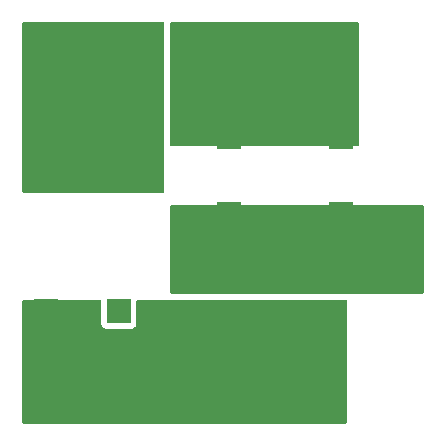
<source format=gbr>
%TF.GenerationSoftware,KiCad,Pcbnew,7.0.5*%
%TF.CreationDate,2023-10-22T13:56:56-04:00*%
%TF.ProjectId,PWR_module,5057525f-6d6f-4647-956c-652e6b696361,rev?*%
%TF.SameCoordinates,PX7270e00PY6a55ae0*%
%TF.FileFunction,Copper,L1,Top*%
%TF.FilePolarity,Positive*%
%FSLAX46Y46*%
G04 Gerber Fmt 4.6, Leading zero omitted, Abs format (unit mm)*
G04 Created by KiCad (PCBNEW 7.0.5) date 2023-10-22 13:56:56*
%MOMM*%
%LPD*%
G01*
G04 APERTURE LIST*
%TA.AperFunction,SMDPad,CuDef*%
%ADD10R,2.100000X2.050000*%
%TD*%
%TA.AperFunction,SMDPad,CuDef*%
%ADD11R,2.000000X2.000000*%
%TD*%
G04 APERTURE END LIST*
D10*
%TO.P,L2,2,2*%
%TO.N,/P1*%
X27500000Y18250000D03*
%TO.P,L2,1,1*%
%TO.N,/N1*%
X27500000Y24750000D03*
%TD*%
%TO.P,L1,1,1*%
%TO.N,/N1*%
X18000000Y24750000D03*
%TO.P,L1,2,2*%
%TO.N,/P1*%
X18000000Y18250000D03*
%TD*%
D11*
%TO.P,J1,3*%
%TO.N,unconnected-(J1-Pad3)*%
X8650000Y10000000D03*
%TO.P,J1,2*%
%TO.N,/N*%
X2500000Y10000000D03*
%TO.P,J1,1.1*%
%TO.N,/P*%
X8650000Y21000000D03*
%TO.P,J1,1.2*%
X2500000Y21000000D03*
%TD*%
%TA.AperFunction,Conductor*%
%TO.N,/P*%
G36*
X12443039Y34480315D02*
G01*
X12488794Y34427511D01*
X12500000Y34376000D01*
X12500000Y20124000D01*
X12480315Y20056961D01*
X12427511Y20011206D01*
X12376000Y20000000D01*
X624000Y20000000D01*
X556961Y20019685D01*
X511206Y20072489D01*
X500000Y20124000D01*
X500000Y34376000D01*
X519685Y34443039D01*
X572489Y34488794D01*
X624000Y34500000D01*
X12376000Y34500000D01*
X12443039Y34480315D01*
G37*
%TD.AperFunction*%
%TD*%
%TA.AperFunction,Conductor*%
%TO.N,/N*%
G36*
X7092539Y10980315D02*
G01*
X7138294Y10927511D01*
X7149500Y10876000D01*
X7149500Y8952130D01*
X7149501Y8952124D01*
X7155908Y8892517D01*
X7206202Y8757672D01*
X7206206Y8757665D01*
X7292452Y8642456D01*
X7292455Y8642453D01*
X7407664Y8556207D01*
X7407671Y8556203D01*
X7542517Y8505909D01*
X7542516Y8505909D01*
X7549444Y8505165D01*
X7602127Y8499500D01*
X9697872Y8499501D01*
X9757483Y8505909D01*
X9892331Y8556204D01*
X10007546Y8642454D01*
X10093796Y8757669D01*
X10144091Y8892517D01*
X10150500Y8952127D01*
X10150499Y10876001D01*
X10170184Y10943039D01*
X10222987Y10988794D01*
X10274499Y11000000D01*
X27876000Y11000000D01*
X27943039Y10980315D01*
X27988794Y10927511D01*
X28000000Y10876000D01*
X28000000Y624000D01*
X27980315Y556961D01*
X27927511Y511206D01*
X27876000Y500000D01*
X624000Y500000D01*
X556961Y519685D01*
X511206Y572489D01*
X500000Y624000D01*
X500000Y10876000D01*
X519685Y10943039D01*
X572489Y10988794D01*
X624000Y11000000D01*
X7025500Y11000000D01*
X7092539Y10980315D01*
G37*
%TD.AperFunction*%
%TD*%
%TA.AperFunction,Conductor*%
%TO.N,/N1*%
G36*
X28943039Y34480315D02*
G01*
X28988794Y34427511D01*
X29000000Y34376000D01*
X29000000Y24124000D01*
X28980315Y24056961D01*
X28927511Y24011206D01*
X28876000Y24000000D01*
X13124000Y24000000D01*
X13056961Y24019685D01*
X13011206Y24072489D01*
X13000000Y24124000D01*
X13000000Y34376000D01*
X13019685Y34443039D01*
X13072489Y34488794D01*
X13124000Y34500000D01*
X28876000Y34500000D01*
X28943039Y34480315D01*
G37*
%TD.AperFunction*%
%TD*%
%TA.AperFunction,Conductor*%
%TO.N,/P1*%
G36*
X34443039Y18980315D02*
G01*
X34488794Y18927511D01*
X34500000Y18876000D01*
X34500000Y11624000D01*
X34480315Y11556961D01*
X34427511Y11511206D01*
X34376000Y11500000D01*
X13124000Y11500000D01*
X13056961Y11519685D01*
X13011206Y11572489D01*
X13000000Y11624000D01*
X13000000Y18876000D01*
X13019685Y18943039D01*
X13072489Y18988794D01*
X13124000Y19000000D01*
X34376000Y19000000D01*
X34443039Y18980315D01*
G37*
%TD.AperFunction*%
%TD*%
M02*

</source>
